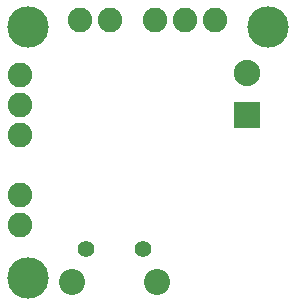
<source format=gbs>
G75*
%MOIN*%
%OFA0B0*%
%FSLAX24Y24*%
%IPPOS*%
%LPD*%
%AMOC8*
5,1,8,0,0,1.08239X$1,22.5*
%
%ADD10C,0.0556*%
%ADD11C,0.0867*%
%ADD12C,0.0880*%
%ADD13R,0.0880X0.0880*%
%ADD14C,0.0820*%
%ADD15C,0.1380*%
D10*
X003170Y002330D03*
X005080Y002330D03*
D11*
X005546Y001228D03*
X002704Y001228D03*
D12*
X008525Y008197D03*
D13*
X008525Y006819D03*
D14*
X007475Y009978D03*
X006475Y009978D03*
X005475Y009978D03*
X003975Y009978D03*
X002975Y009978D03*
X000975Y008128D03*
X000975Y007128D03*
X000975Y006128D03*
X000975Y004128D03*
X000975Y003128D03*
D15*
X001225Y001378D03*
X001225Y009728D03*
X009225Y009728D03*
M02*

</source>
